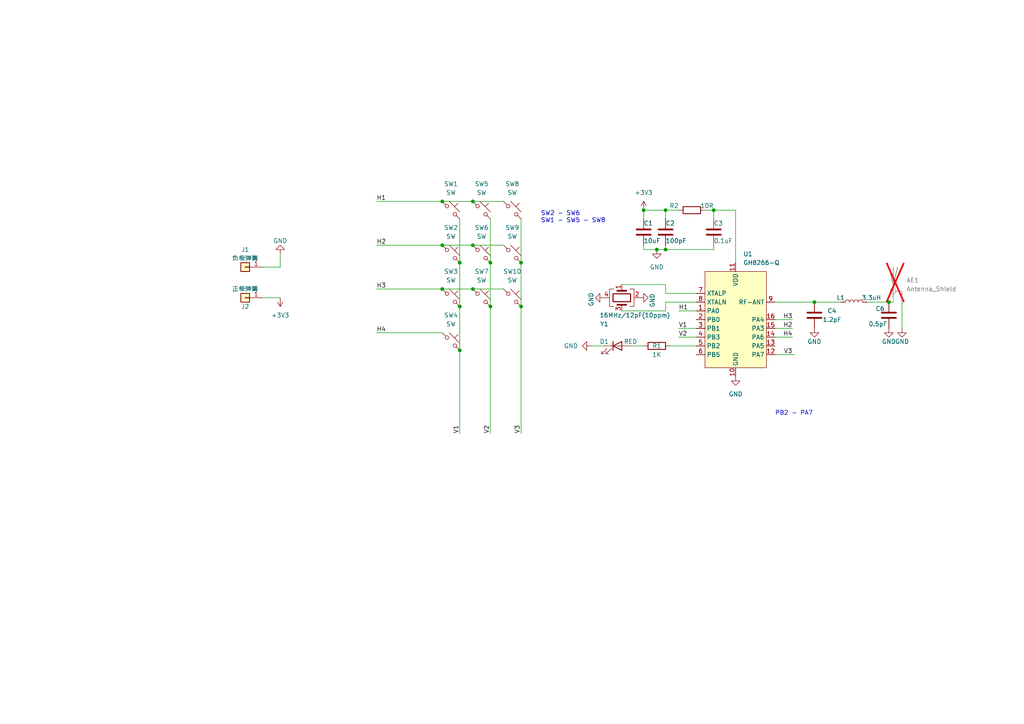
<source format=kicad_sch>
(kicad_sch (version 20231120) (generator "eeschema") (generator_version "8.0")
  (paper "A4")
  (title_block (title "ECC-01-Remoter") (date "2022-06-12") (rev "V0.1") (company "Timye"))
  (lib_symbols
    (symbol "Connector_Generic:Conn_01x01" (pin_names (offset 1.016) hide)
      (property "Reference" "J" (at 0 2.54 0))
      (property "Value" "Conn_01x01" (at 0 -2.54 0))
      (symbol "Conn_01x01_1_1"
        (rectangle (start -1.27 0.127) (end 0 -0.127) (stroke (width 0.1524)))
        (rectangle (start -1.27 1.27) (end 1.27 -1.27) (stroke (width 0.254)) (fill (type background)))
        (pin passive line (at -5.08 0 0) (length 3.81) (name "Pin_1") (number "1"))
      )
    )
    (symbol "Device:Antenna_Shield" (pin_numbers hide) (pin_names (offset 1.016) hide)
      (property "Reference" "AE" (at -1.905 4.445 0))
      (property "Value" "Antenna_Shield" (at -1.905 2.54 0))
      (symbol "Antenna_Shield_0_1"
        (arc (start -0.508 -1.143) (mid -0.8429 -2.1194) (end 0 -2.667))
        (arc (start 0 -2.667) (mid 0.7989 -2.1052) (end 0.508 -1.143))
        (polyline (pts (xy 0 -2.54) (xy 0 0)))
        (polyline (pts (xy 0 5.08) (xy 0 -3.81)) (stroke (width 0.254)))
        (polyline (pts (xy 0.762 -1.905) (xy 2.54 -1.905)))
        (polyline (pts (xy 2.54 -2.54) (xy 2.54 -1.905)))
        (polyline (pts (xy 1.27 5.08) (xy 0 0) (xy -1.27 5.08)) (stroke (width 0.254)))
        (circle (center 0.762 -1.905) (radius 0.1778) (fill (type outline)))
      )
      (symbol "Antenna_Shield_1_1"
        (pin input line (at 0 -5.08 90) (length 2.54) (name "A") (number "1"))
        (pin input line (at 2.54 -5.08 90) (length 2.54) (name "Shield") (number "2"))
      )
    )
    (symbol "Device:C" (pin_numbers hide) (pin_names (offset 0.254))
      (property "Reference" "C" (at 0.635 2.54 0))
      (property "Value" "C" (at 0.635 -2.54 0))
      (symbol "C_0_1"
        (polyline (pts (xy -2.032 -0.762) (xy 2.032 -0.762)) (stroke (width 0.508)))
        (polyline (pts (xy -2.032 0.762) (xy 2.032 0.762)) (stroke (width 0.508)))
      )
      (symbol "C_1_1"
        (pin passive line (at 0 3.81 270) (length 2.794) (name "~") (number "1"))
        (pin passive line (at 0 -3.81 90) (length 2.794) (name "~") (number "2"))
      )
    )
    (symbol "Device:Crystal_GND24" (pin_names (offset 1.016) hide)
      (property "Reference" "Y" (at 3.175 5.08 0))
      (property "Value" "Crystal_GND24" (at 3.175 3.175 0))
      (symbol "Crystal_GND24_0_1"
        (rectangle (start -1.143 2.54) (end 1.143 -2.54) (stroke (width 0.3048)))
        (polyline (pts (xy -2.54 0) (xy -2.032 0)))
        (polyline (pts (xy -2.032 -1.27) (xy -2.032 1.27)) (stroke (width 0.508)))
        (polyline (pts (xy 0 -3.81) (xy 0 -3.556)))
        (polyline (pts (xy 0 3.556) (xy 0 3.81)))
        (polyline (pts (xy 2.032 -1.27) (xy 2.032 1.27)) (stroke (width 0.508)))
        (polyline (pts (xy 2.032 0) (xy 2.54 0)))
        (polyline (pts (xy -2.54 -2.286) (xy -2.54 -3.556) (xy 2.54 -3.556) (xy 2.54 -2.286)))
        (polyline (pts (xy -2.54 2.286) (xy -2.54 3.556) (xy 2.54 3.556) (xy 2.54 2.286)))
      )
      (symbol "Crystal_GND24_1_1"
        (pin passive line (at -3.81 0 0) (length 1.27) (name "1") (number "1"))
        (pin passive line (at 0 5.08 270) (length 1.27) (name "2") (number "2"))
        (pin passive line (at 3.81 0 180) (length 1.27) (name "3") (number "3"))
        (pin passive line (at 0 -5.08 90) (length 1.27) (name "4") (number "4"))
      )
    )
    (symbol "Device:L" (pin_numbers hide) (pin_names (offset 1.016) hide)
      (property "Reference" "L" (at -1.27 0 90))
      (property "Value" "L" (at 1.905 0 90))
      (symbol "L_0_1"
        (arc (start 0 -2.54) (mid 0.6323 -1.905) (end 0 -1.27))
        (arc (start 0 -1.27) (mid 0.6323 -0.635) (end 0 0))
        (arc (start 0 0) (mid 0.6323 0.635) (end 0 1.27))
        (arc (start 0 1.27) (mid 0.6323 1.905) (end 0 2.54))
      )
      (symbol "L_1_1"
        (pin passive line (at 0 3.81 270) (length 1.27) (name "1") (number "1"))
        (pin passive line (at 0 -3.81 90) (length 1.27) (name "2") (number "2"))
      )
    )
    (symbol "Device:LED" (pin_numbers hide) (pin_names (offset 1.016) hide)
      (property "Reference" "D" (at 0 2.54 0))
      (property "Value" "LED" (at 0 -2.54 0))
      (symbol "LED_0_1"
        (polyline (pts (xy -1.27 -1.27) (xy -1.27 1.27)) (stroke (width 0.254)))
        (polyline (pts (xy -1.27 0) (xy 1.27 0)))
        (polyline (pts (xy 1.27 -1.27) (xy 1.27 1.27) (xy -1.27 0) (xy 1.27 -1.27)) (stroke (width 0.254)))
        (polyline (pts (xy -3.048 -0.762) (xy -4.572 -2.286) (xy -3.81 -2.286) (xy -4.572 -2.286) (xy -4.572 -1.524)))
        (polyline (pts (xy -1.778 -0.762) (xy -3.302 -2.286) (xy -2.54 -2.286) (xy -3.302 -2.286) (xy -3.302 -1.524)))
      )
      (symbol "LED_1_1"
        (pin passive line (at -3.81 0 0) (length 2.54) (name "K") (number "1"))
        (pin passive line (at 3.81 0 180) (length 2.54) (name "A") (number "2"))
      )
    )
    (symbol "Device:R" (pin_numbers hide) (pin_names (offset 0))
      (property "Reference" "R" (at 2.032 0 90))
      (property "Value" "R" (at 0 0 90))
      (symbol "R_0_1"
        (rectangle (start -1.016 -2.54) (end 1.016 2.54) (stroke (width 0.254)))
      )
      (symbol "R_1_1"
        (pin passive line (at 0 3.81 270) (length 1.27) (name "~") (number "1"))
        (pin passive line (at 0 -3.81 90) (length 1.27) (name "~") (number "2"))
      )
    )
    (symbol "Ovo_RF:GH8266"
      (property "Reference" "U" (at 7.62 17.78 0))
      (property "Value" "GH8266" (at 6.35 15.24 0))
      (symbol "GH8266_0_1"
        (rectangle (start -8.89 13.97) (end 8.89 -13.97) (fill (type background)))
      )
      (symbol "GH8266_1_1"
        (pin bidirectional line (at -11.43 2.54 0) (length 2.54) (name "PA0") (number "1"))
        (pin power_in line (at 0 -16.51 90) (length 2.54) (name "GND") (number "10"))
        (pin power_in line (at 0 16.51 270) (length 2.54) (name "VDD") (number "11"))
        (pin bidirectional line (at 11.43 -10.16 180) (length 2.54) (name "PA7") (number "12"))
        (pin bidirectional line (at 11.43 -7.62 180) (length 2.54) (name "PA5") (number "13"))
        (pin bidirectional line (at 11.43 -5.08 180) (length 2.54) (name "PA6") (number "14"))
        (pin bidirectional line (at 11.43 -2.54 180) (length 2.54) (name "PA3") (number "15"))
        (pin bidirectional line (at 11.43 0 180) (length 2.54) (name "PA4") (number "16"))
        (pin bidirectional line (at -11.43 0 0) (length 2.54) (name "PB0") (number "2"))
        (pin bidirectional line (at -11.43 -2.54 0) (length 2.54) (name "PB1") (number "3"))
        (pin bidirectional line (at -11.43 -5.08 0) (length 2.54) (name "PB3") (number "4"))
        (pin bidirectional line (at -11.43 -7.62 0) (length 2.54) (name "PB2") (number "5"))
        (pin bidirectional line (at -11.43 -10.16 0) (length 2.54) (name "PB5") (number "6"))
        (pin input line (at -11.43 7.62 0) (length 2.54) (name "XTALP") (number "7"))
        (pin input line (at -11.43 5.08 0) (length 2.54) (name "XTALN") (number "8"))
        (pin bidirectional line (at 11.43 5.08 180) (length 2.54) (name "RF-ANT") (number "9"))
      )
    )
    (symbol "Switch:SW_Push_45deg" (pin_numbers hide) (pin_names (offset 1.016) hide)
      (property "Reference" "SW" (at 3.048 1.016 0))
      (property "Value" "SW_Push_45deg" (at 0 -3.81 0))
      (symbol "SW_Push_45deg_0_1"
        (circle (center -1.1684 1.1684) (radius 0.508))
        (polyline (pts (xy -0.508 2.54) (xy 2.54 -0.508)))
        (polyline (pts (xy 1.016 1.016) (xy 2.032 2.032)))
        (polyline (pts (xy -2.54 2.54) (xy -1.524 1.524) (xy -1.524 1.524)))
        (polyline (pts (xy 1.524 -1.524) (xy 2.54 -2.54) (xy 2.54 -2.54) (xy 2.54 -2.54)))
        (circle (center 1.143 -1.1938) (radius 0.508))
        (pin passive line (at -2.54 2.54 0) (length 0) (name "1") (number "1"))
        (pin passive line (at 2.54 -2.54 180) (length 0) (name "2") (number "2"))
      )
    )
    (symbol "power:+3V3" (power) (pin_names (offset 0))
      (property "Value" "+3V3" (at 0 3.556 0))
      (symbol "+3V3_0_1"
        (polyline (pts (xy -0.762 1.27) (xy 0 2.54)))
        (polyline (pts (xy 0 0) (xy 0 2.54)))
        (polyline (pts (xy 0 2.54) (xy 0.762 1.27)))
      )
      (symbol "+3V3_1_1"
        (pin power_in line (at 0 0 90) (length 0) hide (name "+3V3") (number "1"))
      )
    )
    (symbol "power:GND" (power) (pin_names (offset 0))
      (property "Value" "GND" (at 0 -3.81 0))
      (symbol "GND_0_1"
        (polyline (pts (xy 0 0) (xy 0 -1.27) (xy 1.27 -1.27) (xy 0 -2.54) (xy -1.27 -1.27) (xy 0 -1.27)))
      )
      (symbol "GND_1_1"
        (pin power_in line (at 0 0 270) (length 0) hide (name "GND") (number "1"))
      )
    )
  )
  (junction (at 151.13 76.2))
  (junction (at 207.01 60.96))
  (junction (at 236.22 87.63))
  (junction (at 133.35 101.6))
  (junction (at 193.04 72.39))
  (junction (at 151.13 88.9))
  (junction (at 257.81 87.63))
  (junction (at 193.04 60.96))
  (junction (at 142.24 88.9))
  (junction (at 190.5 72.39))
  (junction (at 128.27 83.82))
  (junction (at 128.27 71.12))
  (junction (at 137.16 83.82))
  (junction (at 133.35 88.9))
  (junction (at 137.16 71.12))
  (junction (at 142.24 76.2))
  (junction (at 186.69 60.96))
  (junction (at 133.35 76.2))
  (junction (at 137.16 58.42))
  (junction (at 128.27 58.42))
  (wire (pts (xy 151.13 63.5) (xy 151.13 76.2)))
  (wire (pts (xy 186.69 72.39) (xy 186.69 71.12)))
  (wire (pts (xy 133.35 76.2) (xy 133.35 88.9)))
  (wire (pts (xy 204.47 60.96) (xy 207.01 60.96)))
  (wire (pts (xy 142.24 63.5) (xy 142.24 76.2)))
  (wire (pts (xy 137.16 71.12) (xy 146.05 71.12)))
  (wire (pts (xy 229.87 97.79) (xy 224.79 97.79)))
  (wire (pts (xy 207.01 60.96) (xy 207.01 63.5)))
  (wire (pts (xy 133.35 63.5) (xy 133.35 76.2)))
  (wire (pts (xy 193.04 72.39) (xy 190.5 72.39)))
  (wire (pts (xy 182.88 100.33) (xy 186.69 100.33)))
  (wire (pts (xy 186.69 60.96) (xy 193.04 60.96)))
  (wire (pts (xy 213.36 60.96) (xy 213.36 76.2)))
  (wire (pts (xy 190.5 72.39) (xy 186.69 72.39)))
  (wire (pts (xy 128.27 83.82) (xy 137.16 83.82)))
  (wire (pts (xy 229.87 95.25) (xy 224.79 95.25)))
  (wire (pts (xy 193.04 60.96) (xy 196.85 60.96)))
  (wire (pts (xy 151.13 76.2) (xy 151.13 88.9)))
  (wire (pts (xy 257.81 87.63) (xy 259.08 87.63)))
  (wire (pts (xy 201.93 85.09) (xy 193.04 85.09)))
  (wire (pts (xy 207.01 71.12) (xy 207.01 72.39)))
  (wire (pts (xy 229.87 92.71) (xy 224.79 92.71)))
  (wire (pts (xy 133.35 101.6) (xy 133.35 125.73)))
  (wire (pts (xy 128.27 58.42) (xy 137.16 58.42)))
  (wire (pts (xy 137.16 83.82) (xy 146.05 83.82)))
  (wire (pts (xy 193.04 90.17) (xy 180.34 90.17)))
  (wire (pts (xy 261.62 95.25) (xy 261.62 87.63)))
  (wire (pts (xy 193.04 63.5) (xy 193.04 60.96)))
  (wire (pts (xy 193.04 85.09) (xy 193.04 82.55)))
  (wire (pts (xy 194.31 100.33) (xy 201.93 100.33)))
  (wire (pts (xy 224.79 87.63) (xy 236.22 87.63)))
  (wire (pts (xy 109.22 83.82) (xy 128.27 83.82)))
  (wire (pts (xy 142.24 88.9) (xy 142.24 125.73)))
  (wire (pts (xy 224.79 102.87) (xy 230.505 102.87)))
  (wire (pts (xy 193.04 87.63) (xy 193.04 90.17)))
  (wire (pts (xy 109.22 58.42) (xy 128.27 58.42)))
  (wire (pts (xy 142.24 76.2) (xy 142.24 88.9)))
  (wire (pts (xy 193.04 71.12) (xy 193.04 72.39)))
  (wire (pts (xy 109.22 96.52) (xy 128.27 96.52)))
  (wire (pts (xy 171.45 100.33) (xy 175.26 100.33)))
  (wire (pts (xy 81.28 77.47) (xy 76.2 77.47)))
  (wire (pts (xy 201.93 87.63) (xy 193.04 87.63)))
  (wire (pts (xy 81.28 73.66) (xy 81.28 77.47)))
  (wire (pts (xy 186.69 60.96) (xy 186.69 63.5)))
  (wire (pts (xy 207.01 72.39) (xy 193.04 72.39)))
  (wire (pts (xy 133.35 88.9) (xy 133.35 101.6)))
  (wire (pts (xy 193.04 82.55) (xy 180.34 82.55)))
  (wire (pts (xy 207.01 60.96) (xy 213.36 60.96)))
  (wire (pts (xy 236.22 87.63) (xy 243.84 87.63)))
  (wire (pts (xy 81.28 86.36) (xy 76.2 86.36)))
  (wire (pts (xy 201.93 97.79) (xy 196.85 97.79)))
  (wire (pts (xy 251.46 87.63) (xy 257.81 87.63)))
  (wire (pts (xy 201.93 95.25) (xy 196.85 95.25)))
  (wire (pts (xy 137.16 58.42) (xy 146.05 58.42)))
  (wire (pts (xy 109.22 71.12) (xy 128.27 71.12)))
  (wire (pts (xy 196.85 90.17) (xy 201.93 90.17)))
  (wire (pts (xy 151.13 88.9) (xy 151.13 125.73)))
  (wire (pts (xy 128.27 71.12) (xy 137.16 71.12)))
  (text "SW2 - SW6\nSW1 - SW5 - SW8" (at 156.845 64.77 0) (effects (font (size 1.27 1.27)) (justify left bottom)))
  (text "PB2 - PA7" (at 224.79 120.65 0) (effects (font (size 1.27 1.27)) (justify left bottom)))
  (label "V3" (at 151.13 125.73 90))
  (label "H2" (at 229.87 95.25 180))
  (label "H3" (at 229.87 92.71 180))
  (label "V3" (at 227.33 102.87 0))
  (label "H1" (at 109.22 58.42 0))
  (label "V1" (at 196.85 95.25 0))
  (label "H1" (at 196.85 90.17 0))
  (label "V2" (at 196.85 97.79 0))
  (label "V2" (at 142.24 125.73 90))
  (label "H4" (at 229.87 97.79 180))
  (label "V1" (at 133.35 125.73 90))
  (label "H2" (at 109.22 71.12 0))
  (label "H4" (at 109.22 96.52 0))
  (label "H3" (at 109.22 83.82 0))
  (symbol (lib_id "Device:LED") (at 179.07 100.33 0) (unit 1)
    (property "Reference" "D1" (at 175.26 99.06 0))
    (property "Value" "RED" (at 182.88 99.06 0))
    (property "Footprint" "LED_THT:LED_D5.0mm" (effects (hide yes)))
  )
  (symbol (lib_id "Switch:SW_Push_45deg") (at 148.59 60.96 0) (unit 1) (in_bom no)
    (property "Reference" "SW8" (at 148.59 53.34 0))
    (property "Value" "SW" (at 148.59 55.88 0))
    (property "Footprint" "Ovo_Button_Switch_SMD:Dome_SLICE_ARC_6x6mm" (effects (hide yes)))
  )
  (symbol (lib_id "Connector_Generic:Conn_01x01") (at 71.12 86.36 180) (unit 1)
    (property "Reference" "J2" (at 71.12 88.9 0))
    (property "Value" "正极弹簧" (at 71.12 83.82 0))
    (property "Footprint" "Ovo_Pad:Pad_THTPad_4.3x2.1mm_Drill3.1x0.9mm" (effects (hide yes)))
  )
  (symbol (lib_id "Device:Antenna_Shield") (at 259.08 82.55 0) (unit 1) (in_bom no) (dnp yes)
    (property "Reference" "AE1" (at 262.89 81.28 0) (effects (justify left)))
    (property "Value" "Antenna_Shield" (at 262.89 83.82 0) (effects (justify left)))
    (property "Footprint" "Ovo_RF_Antenna:Ovo_PA2401_2.4GHz_Left" (effects (hide yes)))
  )
  (symbol (lib_id "Device:R") (at 190.5 100.33 90) (unit 1)
    (property "Reference" "R1" (at 190.5 100.33 90))
    (property "Value" "1K" (at 190.5 102.87 90))
    (property "Footprint" "Resistor_SMD:R_0603_1608Metric" (effects (hide yes)))
  )
  (symbol (lib_id "Device:L") (at 247.65 87.63 270) (mirror x) (unit 1)
    (property "Reference" "L1" (at 243.84 86.36 90))
    (property "Value" "3.3uH" (at 252.73 86.36 90))
    (property "Footprint" "Inductor_SMD:L_0603_1608Metric" (effects (hide yes)))
  )
  (symbol (lib_id "Device:Crystal_GND24") (at 180.34 86.36 270) (unit 1)
    (property "Reference" "Y1" (at 175.26 93.98 90))
    (property "Value" "16MHz/12pF(10ppm)" (at 184.15 91.44 90))
    (property "Footprint" "Ovo_Oscillaror:Oscillator_SMD_Abracon_ASE-4Pin_3.2x2.5mm" (effects (hide yes)))
  )
  (symbol (lib_id "Switch:SW_Push_45deg") (at 130.81 86.36 0) (unit 1) (in_bom no)
    (property "Reference" "SW3" (at 130.81 78.74 0))
    (property "Value" "SW" (at 130.81 81.28 0))
    (property "Footprint" "Ovo_Button_Switch_SMD:Dome_SLICE_ARC_6x6mm" (effects (hide yes)))
  )
  (symbol (lib_id "Device:C") (at 236.22 91.44 0) (mirror x) (unit 1)
    (property "Reference" "C4" (at 241.3 90.17 0))
    (property "Value" "1.2pF" (at 241.3 92.71 0))
    (property "Footprint" "Capacitor_SMD:C_0603_1608Metric" (effects (hide yes)))
  )
  (symbol (lib_id "power:GND") (at 213.36 109.22 0) (unit 1)
    (property "Reference" "#PWR012" (effects (hide yes)))
    (property "Value" "GND" (at 213.36 114.3 0))
  )
  (symbol (lib_id "Connector_Generic:Conn_01x01") (at 71.12 77.47 180) (unit 1)
    (property "Reference" "J1" (at 71.12 72.39 0))
    (property "Value" "负极弹簧" (at 71.12 74.93 0))
    (property "Footprint" "Ovo_Pad:Pad_THTPad_4.3x2.1mm_Drill3.1x0.9mm" (effects (hide yes)))
  )
  (symbol (lib_id "Device:C") (at 207.01 67.31 0) (unit 1)
    (property "Reference" "C3" (at 207.01 64.77 0) (effects (justify left)))
    (property "Value" "0.1uF" (at 207.01 69.85 0) (effects (justify left)))
    (property "Footprint" "Capacitor_SMD:C_0603_1608Metric" (effects (hide yes)))
  )
  (symbol (lib_id "power:GND") (at 261.62 95.25 0) (unit 1)
    (property "Reference" "#PWR06" (effects (hide yes)))
    (property "Value" "GND" (at 261.62 99.06 0))
  )
  (symbol (lib_id "power:+3V3") (at 81.28 86.36 180) (unit 1)
    (property "Reference" "#PWR01" (effects (hide yes)))
    (property "Value" "+3V3" (at 81.28 91.44 0))
  )
  (symbol (lib_id "Device:C") (at 186.69 67.31 0) (unit 1)
    (property "Reference" "C1" (at 186.69 64.77 0) (effects (justify left)))
    (property "Value" "10uF" (at 186.69 69.85 0) (effects (justify left)))
    (property "Footprint" "Capacitor_SMD:C_0603_1608Metric" (effects (hide yes)))
  )
  (symbol (lib_id "power:GND") (at 257.81 95.25 0) (unit 1)
    (property "Reference" "#PWR05" (effects (hide yes)))
    (property "Value" "GND" (at 257.81 99.06 0))
  )
  (symbol (lib_id "power:GND") (at 171.45 100.33 270) (unit 1)
    (property "Reference" "#PWR04" (effects (hide yes)))
    (property "Value" "GND" (at 167.64 100.3299 90) (effects (justify right)))
  )
  (symbol (lib_id "power:GND") (at 81.28 73.66 180) (unit 1)
    (property "Reference" "#PWR02" (effects (hide yes)))
    (property "Value" "GND" (at 81.28 69.85 0))
  )
  (symbol (lib_id "Device:C") (at 257.81 91.44 0) (mirror x) (unit 1)
    (property "Reference" "C6" (at 255.27 89.535 0))
    (property "Value" "0.5pF" (at 254.635 93.98 0))
    (property "Footprint" "Capacitor_SMD:C_0603_1608Metric" (effects (hide yes)))
  )
  (symbol (lib_id "Switch:SW_Push_45deg") (at 139.7 73.66 0) (unit 1) (in_bom no)
    (property "Reference" "SW6" (at 139.7 66.04 0))
    (property "Value" "SW" (at 139.7 68.58 0))
    (property "Footprint" "Ovo_Button_Switch_SMD:Dome_SLICE_ARC_6x6mm" (effects (hide yes)))
  )
  (symbol (lib_id "Switch:SW_Push_45deg") (at 139.7 60.96 0) (unit 1) (in_bom no)
    (property "Reference" "SW5" (at 139.7 53.34 0))
    (property "Value" "SW" (at 139.7 55.88 0))
    (property "Footprint" "Ovo_Button_Switch_SMD:Dome_SLICE_ARC_6x6mm" (effects (hide yes)))
  )
  (symbol (lib_id "Switch:SW_Push_45deg") (at 130.81 73.66 0) (unit 1) (in_bom no)
    (property "Reference" "SW2" (at 130.81 66.04 0))
    (property "Value" "SW" (at 130.81 68.58 0))
    (property "Footprint" "Ovo_Button_Switch_SMD:Dome_SLICE_ARC_6x6mm" (effects (hide yes)))
  )
  (symbol (lib_id "power:GND") (at 190.5 72.39 0) (unit 1)
    (property "Reference" "#PWR014" (effects (hide yes)))
    (property "Value" "GND" (at 190.5 77.47 0))
  )
  (symbol (lib_id "Device:C") (at 193.04 67.31 0) (unit 1)
    (property "Reference" "C2" (at 193.04 64.77 0) (effects (justify left)))
    (property "Value" "100pF" (at 193.04 69.85 0) (effects (justify left)))
    (property "Footprint" "Capacitor_SMD:C_0603_1608Metric" (effects (hide yes)))
  )
  (symbol (lib_id "Device:R") (at 200.66 60.96 90) (unit 1)
    (property "Reference" "R2" (at 196.85 59.69 90) (effects (justify left)))
    (property "Value" "10R" (at 207.01 59.69 90) (effects (justify left)))
    (property "Footprint" "Resistor_SMD:R_0603_1608Metric" (effects (hide yes)))
  )
  (symbol (lib_id "Switch:SW_Push_45deg") (at 130.81 60.96 0) (unit 1) (in_bom no)
    (property "Reference" "SW1" (at 130.81 53.34 0))
    (property "Value" "SW" (at 130.81 55.88 0))
    (property "Footprint" "Ovo_Button_Switch_SMD:Dome_SLICE_ARC_6x6mm" (effects (hide yes)))
  )
  (symbol (lib_id "power:GND") (at 185.42 86.36 90) (unit 1)
    (property "Reference" "#PWR010" (effects (hide yes)))
    (property "Value" "GND" (at 189.23 85.09 0) (effects (justify right)))
  )
  (symbol (lib_id "Switch:SW_Push_45deg") (at 148.59 86.36 0) (unit 1) (in_bom no)
    (property "Reference" "SW10" (at 148.59 78.74 0))
    (property "Value" "SW" (at 148.59 81.28 0))
    (property "Footprint" "Ovo_Button_Switch_SMD:Dome_SLICE_ARC_6x6mm" (effects (hide yes)))
  )
  (symbol (lib_id "Switch:SW_Push_45deg") (at 130.81 99.06 0) (unit 1) (in_bom no)
    (property "Reference" "SW4" (at 130.81 91.44 0))
    (property "Value" "SW" (at 130.81 93.98 0))
    (property "Footprint" "Ovo_Button_Switch_SMD:Dome_SLICE_ARC_6x6mm" (effects (hide yes)))
  )
  (symbol (lib_id "power:+3V3") (at 186.69 60.96 0) (unit 1)
    (property "Reference" "#PWR013" (effects (hide yes)))
    (property "Value" "+3V3" (at 186.69 55.88 0))
  )
  (symbol (lib_id "Ovo_RF:GH8266") (at 213.36 92.71 0) (unit 1)
    (property "Reference" "U1" (at 215.5541 73.66 0) (effects (justify left)))
    (property "Value" "GH8266-Q" (at 215.5541 76.2 0) (effects (justify left)))
    (property "Footprint" "Package_SO:SOP-16_3.9x9.9mm_P1.27mm" (effects (hide yes)))
  )
  (symbol (lib_id "Switch:SW_Push_45deg") (at 139.7 86.36 0) (unit 1) (in_bom no)
    (property "Reference" "SW7" (at 139.7 78.74 0))
    (property "Value" "SW" (at 139.7 81.28 0))
    (property "Footprint" "Ovo_Button_Switch_SMD:Dome_SLICE_ARC_6x6mm" (effects (hide yes)))
  )
  (symbol (lib_id "power:GND") (at 175.26 86.36 270) (unit 1)
    (property "Reference" "#PWR011" (effects (hide yes)))
    (property "Value" "GND" (at 171.45 88.9 0) (effects (justify right)))
  )
  (symbol (lib_id "Switch:SW_Push_45deg") (at 148.59 73.66 0) (unit 1) (in_bom no)
    (property "Reference" "SW9" (at 148.59 66.04 0))
    (property "Value" "SW" (at 148.59 68.58 0))
    (property "Footprint" "Ovo_Button_Switch_SMD:Dome_SLICE_ARC_6x6mm" (effects (hide yes)))
  )
  (symbol (lib_id "power:GND") (at 236.22 95.25 0) (unit 1)
    (property "Reference" "#PWR03" (effects (hide yes)))
    (property "Value" "GND" (at 236.22 99.06 0))
  )
)
</source>
